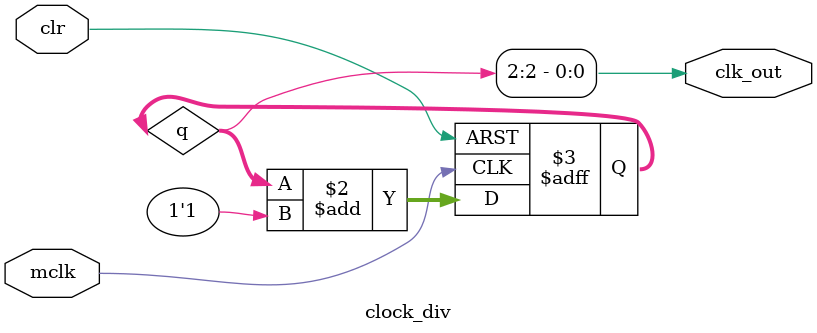
<source format=v>
module clock_div(
    mclk,
    clr,
    clk_out
);

input mclk;
input clr;
output clk_out;

wire clk_out;
reg [2:0] q;

always @(posedge mclk or posedge clr)
begin
    if (clr) q <= 0;
    else q <= q + 1'b1;
end

assign clk_out = q[2];//div 4

endmodule
</source>
